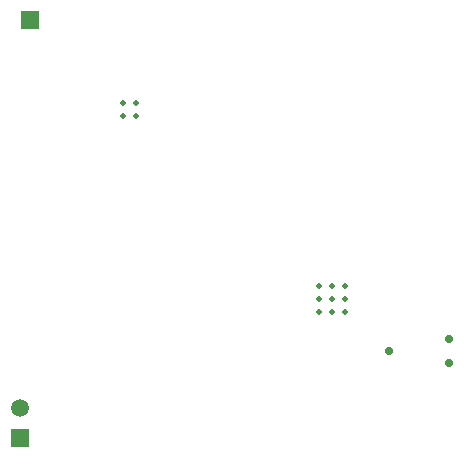
<source format=gbl>
G04 Layer_Physical_Order=4*
G04 Layer_Color=12500520*
%FSLAX43Y43*%
%MOMM*%
G71*
G01*
G75*
%ADD30C,1.500*%
%ADD31R,1.500X1.500*%
%ADD32R,1.500X1.500*%
%ADD33C,0.500*%
%ADD34C,0.711*%
D30*
X25400Y9398D02*
D03*
D31*
Y6858D02*
D03*
D32*
X26289Y42291D02*
D03*
D33*
X34121Y35221D02*
D03*
X35221D02*
D03*
X34121Y34121D02*
D03*
X35221D02*
D03*
X52916Y17569D02*
D03*
X51816D02*
D03*
X50716D02*
D03*
X52916Y18669D02*
D03*
X51816D02*
D03*
X50716D02*
D03*
X52916Y19769D02*
D03*
X51816D02*
D03*
X50716D02*
D03*
D34*
X56642Y14224D02*
D03*
X61722Y15240D02*
D03*
Y13208D02*
D03*
M02*

</source>
